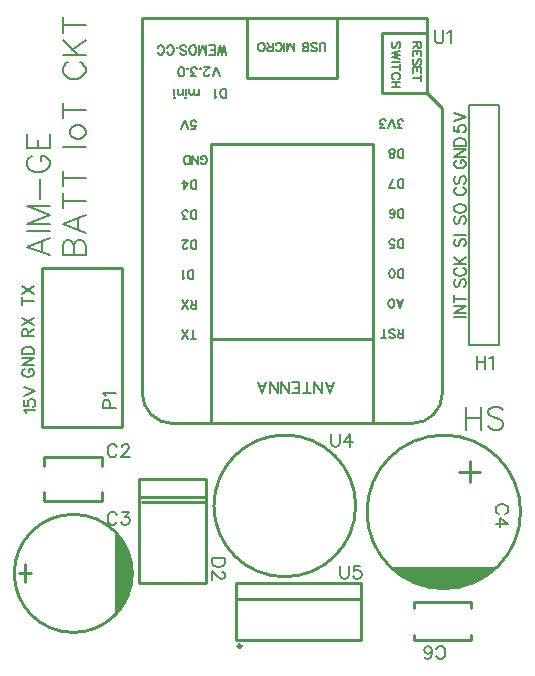
<source format=gto>
G04 Layer: TopSilkscreenLayer*
G04 EasyEDA v6.5.42, 2024-06-08 10:03:42*
G04 2a0a793ee1f445049542d68d0598b523,181136881d82463cbfe9aea6f2478185,10*
G04 Gerber Generator version 0.2*
G04 Scale: 100 percent, Rotated: No, Reflected: No *
G04 Dimensions in millimeters *
G04 leading zeros omitted , absolute positions ,4 integer and 5 decimal *
%FSLAX45Y45*%
%MOMM*%

%ADD10C,0.2032*%
%ADD11C,0.1524*%
%ADD12C,0.2540*%
%ADD13C,0.2030*%
%ADD14C,0.2581*%
%ADD15C,0.0113*%

%LPD*%
D10*
X-78028Y1674063D02*
G01*
X116027Y1600149D01*
X-78028Y1674063D02*
G01*
X116027Y1747977D01*
X51257Y1627835D02*
G01*
X51257Y1720291D01*
X-78028Y1808937D02*
G01*
X116027Y1808937D01*
X-78028Y1869897D02*
G01*
X116027Y1869897D01*
X-78028Y1869897D02*
G01*
X116027Y1943811D01*
X-78028Y2017725D02*
G01*
X116027Y1943811D01*
X-78028Y2017725D02*
G01*
X116027Y2017725D01*
X32715Y2078685D02*
G01*
X32715Y2244801D01*
X-31800Y2444445D02*
G01*
X-50342Y2435047D01*
X-68884Y2416759D01*
X-78028Y2398217D01*
X-78028Y2361387D01*
X-68884Y2342845D01*
X-50342Y2324303D01*
X-31800Y2315159D01*
X-4114Y2305761D01*
X42113Y2305761D01*
X69799Y2315159D01*
X88087Y2324303D01*
X106629Y2342845D01*
X116027Y2361387D01*
X116027Y2398217D01*
X106629Y2416759D01*
X88087Y2435047D01*
X69799Y2444445D01*
X42113Y2444445D01*
X42113Y2398217D02*
G01*
X42113Y2444445D01*
X-78028Y2505405D02*
G01*
X116027Y2505405D01*
X-78028Y2505405D02*
G01*
X-78028Y2625547D01*
X14427Y2505405D02*
G01*
X14427Y2579319D01*
X116027Y2505405D02*
G01*
X116027Y2625547D01*
X226771Y1600149D02*
G01*
X420827Y1600149D01*
X226771Y1600149D02*
G01*
X226771Y1683207D01*
X235915Y1711147D01*
X245313Y1720291D01*
X263601Y1729435D01*
X282143Y1729435D01*
X300685Y1720291D01*
X309829Y1711147D01*
X319227Y1683207D01*
X319227Y1600149D02*
G01*
X319227Y1683207D01*
X328371Y1711147D01*
X337515Y1720291D01*
X356057Y1729435D01*
X383743Y1729435D01*
X402285Y1720291D01*
X411429Y1711147D01*
X420827Y1683207D01*
X420827Y1600149D01*
X226771Y1864309D02*
G01*
X420827Y1790395D01*
X226771Y1864309D02*
G01*
X420827Y1938223D01*
X356057Y1818081D02*
G01*
X356057Y1910537D01*
X226771Y2063953D02*
G01*
X420827Y2063953D01*
X226771Y1999183D02*
G01*
X226771Y2128469D01*
X226771Y2254199D02*
G01*
X420827Y2254199D01*
X226771Y2189429D02*
G01*
X226771Y2318715D01*
X226771Y2521915D02*
G01*
X420827Y2521915D01*
X291287Y2629103D02*
G01*
X300685Y2610561D01*
X319227Y2592273D01*
X346913Y2582875D01*
X365201Y2582875D01*
X392887Y2592273D01*
X411429Y2610561D01*
X420827Y2629103D01*
X420827Y2656789D01*
X411429Y2675331D01*
X392887Y2693873D01*
X365201Y2703017D01*
X346913Y2703017D01*
X319227Y2693873D01*
X300685Y2675331D01*
X291287Y2656789D01*
X291287Y2629103D01*
X226771Y2828747D02*
G01*
X420827Y2828747D01*
X226771Y2763977D02*
G01*
X226771Y2893263D01*
X272999Y3235147D02*
G01*
X254457Y3225749D01*
X235915Y3207207D01*
X226771Y3188919D01*
X226771Y3151835D01*
X235915Y3133547D01*
X254457Y3115005D01*
X272999Y3105607D01*
X300685Y3096463D01*
X346913Y3096463D01*
X374599Y3105607D01*
X392887Y3115005D01*
X411429Y3133547D01*
X420827Y3151835D01*
X420827Y3188919D01*
X411429Y3207207D01*
X392887Y3225749D01*
X374599Y3235147D01*
X226771Y3296107D02*
G01*
X420827Y3296107D01*
X226771Y3425393D02*
G01*
X356057Y3296107D01*
X309829Y3342081D02*
G01*
X420827Y3425393D01*
X226771Y3550869D02*
G01*
X420827Y3550869D01*
X226771Y3486353D02*
G01*
X226771Y3615639D01*
D11*
X3644849Y316026D02*
G01*
X3644849Y125272D01*
X3772103Y316026D02*
G01*
X3772103Y125272D01*
X3644849Y225094D02*
G01*
X3772103Y225094D01*
X3959555Y288848D02*
G01*
X3941267Y307136D01*
X3914089Y316026D01*
X3877513Y316026D01*
X3850335Y307136D01*
X3832301Y288848D01*
X3832301Y270560D01*
X3841191Y252526D01*
X3850335Y243382D01*
X3868623Y234238D01*
X3922979Y216204D01*
X3941267Y207060D01*
X3950411Y197916D01*
X3959555Y179628D01*
X3959555Y152450D01*
X3941267Y134416D01*
X3914089Y125272D01*
X3877513Y125272D01*
X3850335Y134416D01*
X3832301Y152450D01*
X-82585Y266618D02*
G01*
X-87157Y275762D01*
X-100873Y289478D01*
X-5369Y289478D01*
X-100873Y374060D02*
G01*
X-100873Y328594D01*
X-59979Y324022D01*
X-64551Y328594D01*
X-69123Y342056D01*
X-69123Y355772D01*
X-64551Y369488D01*
X-55407Y378378D01*
X-41691Y382950D01*
X-32801Y382950D01*
X-19085Y378378D01*
X-9941Y369488D01*
X-5369Y355772D01*
X-5369Y342056D01*
X-9941Y328594D01*
X-14513Y324022D01*
X-23657Y319450D01*
X-100873Y412922D02*
G01*
X-5369Y449498D01*
X-100873Y485820D02*
G01*
X-5369Y449498D01*
X-90975Y639752D02*
G01*
X-99865Y635180D01*
X-109009Y626036D01*
X-113581Y616892D01*
X-113581Y598858D01*
X-109009Y589714D01*
X-99865Y580570D01*
X-90975Y575998D01*
X-77259Y571426D01*
X-54399Y571426D01*
X-40937Y575998D01*
X-31793Y580570D01*
X-22649Y589714D01*
X-18077Y598858D01*
X-18077Y616892D01*
X-22649Y626036D01*
X-31793Y635180D01*
X-40937Y639752D01*
X-54399Y639752D01*
X-54399Y616892D02*
G01*
X-54399Y639752D01*
X-113581Y669724D02*
G01*
X-18077Y669724D01*
X-113581Y669724D02*
G01*
X-18077Y733224D01*
X-113581Y733224D02*
G01*
X-18077Y733224D01*
X-113581Y763196D02*
G01*
X-18077Y763196D01*
X-113581Y763196D02*
G01*
X-113581Y795200D01*
X-109009Y808662D01*
X-99865Y817806D01*
X-90975Y822378D01*
X-77259Y826950D01*
X-54399Y826950D01*
X-40937Y822378D01*
X-31793Y817806D01*
X-22649Y808662D01*
X-18077Y795200D01*
X-18077Y763196D01*
X-113581Y914326D02*
G01*
X-18077Y914326D01*
X-113581Y914326D02*
G01*
X-113581Y955220D01*
X-109009Y968936D01*
X-104437Y973508D01*
X-95293Y978080D01*
X-86403Y978080D01*
X-77259Y973508D01*
X-72687Y968936D01*
X-68115Y955220D01*
X-68115Y914326D01*
X-68115Y946076D02*
G01*
X-18077Y978080D01*
X-113581Y1008052D02*
G01*
X-18077Y1071552D01*
X-113581Y1071552D02*
G01*
X-18077Y1008052D01*
X-113581Y1212776D02*
G01*
X-18077Y1212776D01*
X-113581Y1181026D02*
G01*
X-113581Y1244780D01*
X-113581Y1274752D02*
G01*
X-18077Y1338252D01*
X-113581Y1338252D02*
G01*
X-18077Y1274752D01*
X3566617Y2405075D02*
G01*
X3557727Y2400503D01*
X3548583Y2391359D01*
X3544011Y2382215D01*
X3544011Y2364181D01*
X3548583Y2355037D01*
X3557727Y2345893D01*
X3566617Y2341321D01*
X3580333Y2336749D01*
X3603193Y2336749D01*
X3616655Y2341321D01*
X3625799Y2345893D01*
X3634943Y2355037D01*
X3639515Y2364181D01*
X3639515Y2382215D01*
X3634943Y2391359D01*
X3625799Y2400503D01*
X3616655Y2405075D01*
X3603193Y2405075D01*
X3603193Y2382215D02*
G01*
X3603193Y2405075D01*
X3544011Y2435047D02*
G01*
X3639515Y2435047D01*
X3544011Y2435047D02*
G01*
X3639515Y2498547D01*
X3544011Y2498547D02*
G01*
X3639515Y2498547D01*
X3544011Y2528519D02*
G01*
X3639515Y2528519D01*
X3544011Y2528519D02*
G01*
X3544011Y2560523D01*
X3548583Y2573985D01*
X3557727Y2583129D01*
X3566617Y2587701D01*
X3580333Y2592273D01*
X3603193Y2592273D01*
X3616655Y2587701D01*
X3625799Y2583129D01*
X3634943Y2573985D01*
X3639515Y2560523D01*
X3639515Y2528519D01*
X3544003Y2696166D02*
G01*
X3544003Y2650700D01*
X3584897Y2646128D01*
X3580325Y2650700D01*
X3575753Y2664416D01*
X3575753Y2677878D01*
X3580325Y2691594D01*
X3589469Y2700738D01*
X3603185Y2705310D01*
X3612075Y2705310D01*
X3625791Y2700738D01*
X3634935Y2691594D01*
X3639507Y2677878D01*
X3639507Y2664416D01*
X3634935Y2650700D01*
X3630363Y2646128D01*
X3621219Y2641556D01*
X3544003Y2735282D02*
G01*
X3639507Y2771604D01*
X3544003Y2807926D02*
G01*
X3639507Y2771604D01*
X3566617Y2176475D02*
G01*
X3557727Y2171903D01*
X3548583Y2162759D01*
X3544011Y2153615D01*
X3544011Y2135581D01*
X3548583Y2126437D01*
X3557727Y2117293D01*
X3566617Y2112721D01*
X3580333Y2108149D01*
X3603193Y2108149D01*
X3616655Y2112721D01*
X3625799Y2117293D01*
X3634943Y2126437D01*
X3639515Y2135581D01*
X3639515Y2153615D01*
X3634943Y2162759D01*
X3625799Y2171903D01*
X3616655Y2176475D01*
X3557727Y2269947D02*
G01*
X3548583Y2260803D01*
X3544011Y2247341D01*
X3544011Y2229053D01*
X3548583Y2215591D01*
X3557727Y2206447D01*
X3566617Y2206447D01*
X3575761Y2211019D01*
X3580333Y2215591D01*
X3584905Y2224481D01*
X3594049Y2251913D01*
X3598621Y2260803D01*
X3603193Y2265375D01*
X3612083Y2269947D01*
X3625799Y2269947D01*
X3634943Y2260803D01*
X3639515Y2247341D01*
X3639515Y2229053D01*
X3634943Y2215591D01*
X3625799Y2206447D01*
X3557727Y1930603D02*
G01*
X3548583Y1921459D01*
X3544011Y1907743D01*
X3544011Y1889709D01*
X3548583Y1875993D01*
X3557727Y1866849D01*
X3566617Y1866849D01*
X3575761Y1871421D01*
X3580333Y1875993D01*
X3584905Y1885137D01*
X3594049Y1912315D01*
X3598621Y1921459D01*
X3603193Y1926031D01*
X3612083Y1930603D01*
X3625799Y1930603D01*
X3634943Y1921459D01*
X3639515Y1907743D01*
X3639515Y1889709D01*
X3634943Y1875993D01*
X3625799Y1866849D01*
X3544011Y1987753D02*
G01*
X3548583Y1978609D01*
X3557727Y1969719D01*
X3566617Y1965147D01*
X3580333Y1960575D01*
X3603193Y1960575D01*
X3616655Y1965147D01*
X3625799Y1969719D01*
X3634943Y1978609D01*
X3639515Y1987753D01*
X3639515Y2006041D01*
X3634943Y2015185D01*
X3625799Y2024075D01*
X3616655Y2028647D01*
X3603193Y2033219D01*
X3580333Y2033219D01*
X3566617Y2028647D01*
X3557727Y2024075D01*
X3548583Y2015185D01*
X3544011Y2006041D01*
X3544011Y1987753D01*
X3557727Y1397203D02*
G01*
X3548583Y1388059D01*
X3544011Y1374343D01*
X3544011Y1356309D01*
X3548583Y1342593D01*
X3557727Y1333449D01*
X3566617Y1333449D01*
X3575761Y1338021D01*
X3580333Y1342593D01*
X3584905Y1351737D01*
X3594049Y1378915D01*
X3598621Y1388059D01*
X3603193Y1392631D01*
X3612083Y1397203D01*
X3625799Y1397203D01*
X3634943Y1388059D01*
X3639515Y1374343D01*
X3639515Y1356309D01*
X3634943Y1342593D01*
X3625799Y1333449D01*
X3566617Y1495247D02*
G01*
X3557727Y1490675D01*
X3548583Y1481785D01*
X3544011Y1472641D01*
X3544011Y1454353D01*
X3548583Y1445209D01*
X3557727Y1436319D01*
X3566617Y1431747D01*
X3580333Y1427175D01*
X3603193Y1427175D01*
X3616655Y1431747D01*
X3625799Y1436319D01*
X3634943Y1445209D01*
X3639515Y1454353D01*
X3639515Y1472641D01*
X3634943Y1481785D01*
X3625799Y1490675D01*
X3616655Y1495247D01*
X3544011Y1525219D02*
G01*
X3639515Y1525219D01*
X3544011Y1588973D02*
G01*
X3607511Y1525219D01*
X3584905Y1548079D02*
G01*
X3639515Y1588973D01*
X3557727Y1740103D02*
G01*
X3548583Y1730959D01*
X3544011Y1717243D01*
X3544011Y1699209D01*
X3548583Y1685493D01*
X3557727Y1676349D01*
X3566617Y1676349D01*
X3575761Y1680921D01*
X3580333Y1685493D01*
X3584905Y1694637D01*
X3594049Y1721815D01*
X3598621Y1730959D01*
X3603193Y1735531D01*
X3612083Y1740103D01*
X3625799Y1740103D01*
X3634943Y1730959D01*
X3639515Y1717243D01*
X3639515Y1699209D01*
X3634943Y1685493D01*
X3625799Y1676349D01*
X3544011Y1770075D02*
G01*
X3639515Y1770075D01*
X3544011Y1079449D02*
G01*
X3639515Y1079449D01*
X3544011Y1109421D02*
G01*
X3639515Y1109421D01*
X3544011Y1109421D02*
G01*
X3639515Y1173175D01*
X3544011Y1173175D02*
G01*
X3639515Y1173175D01*
X3544011Y1234897D02*
G01*
X3639515Y1234897D01*
X3544011Y1203147D02*
G01*
X3544011Y1266647D01*
X1601259Y-965141D02*
G01*
X1492039Y-965141D01*
X1601259Y-965141D02*
G01*
X1601259Y-1001463D01*
X1595925Y-1017211D01*
X1585765Y-1027625D01*
X1575351Y-1032705D01*
X1559603Y-1038039D01*
X1533695Y-1038039D01*
X1518201Y-1032705D01*
X1507787Y-1027625D01*
X1497373Y-1017211D01*
X1492039Y-1001463D01*
X1492039Y-965141D01*
X1575351Y-1077409D02*
G01*
X1580431Y-1077409D01*
X1590845Y-1082489D01*
X1595925Y-1087823D01*
X1601259Y-1098237D01*
X1601259Y-1119065D01*
X1595925Y-1129479D01*
X1590845Y-1134559D01*
X1580431Y-1139639D01*
X1570017Y-1139639D01*
X1559603Y-1134559D01*
X1544109Y-1124145D01*
X1492039Y-1072329D01*
X1492039Y-1144973D01*
X3733741Y750374D02*
G01*
X3733741Y641154D01*
X3806639Y750374D02*
G01*
X3806639Y641154D01*
X3733741Y698304D02*
G01*
X3806639Y698304D01*
X3840929Y729546D02*
G01*
X3851089Y734880D01*
X3866837Y750374D01*
X3866837Y641154D01*
X570425Y304756D02*
G01*
X679645Y304756D01*
X570425Y304756D02*
G01*
X570425Y351492D01*
X575759Y367240D01*
X580839Y372320D01*
X591253Y377654D01*
X606747Y377654D01*
X617161Y372320D01*
X622495Y367240D01*
X627575Y351492D01*
X627575Y304756D01*
X591253Y411944D02*
G01*
X585919Y422104D01*
X570425Y437852D01*
X679645Y437852D01*
X687570Y-24884D02*
G01*
X682236Y-14470D01*
X671822Y-4056D01*
X661662Y1023D01*
X640834Y1023D01*
X630420Y-4056D01*
X620006Y-14470D01*
X614672Y-24884D01*
X609592Y-40632D01*
X609592Y-66540D01*
X614672Y-82034D01*
X620006Y-92448D01*
X630420Y-102862D01*
X640834Y-107942D01*
X661662Y-107942D01*
X671822Y-102862D01*
X682236Y-92448D01*
X687570Y-82034D01*
X726940Y-24884D02*
G01*
X726940Y-19804D01*
X732274Y-9390D01*
X737354Y-4056D01*
X747768Y1023D01*
X768596Y1023D01*
X779010Y-4056D01*
X784090Y-9390D01*
X789424Y-19804D01*
X789424Y-30218D01*
X784090Y-40632D01*
X773676Y-56126D01*
X721860Y-107942D01*
X794504Y-107942D01*
X687585Y-596399D02*
G01*
X682251Y-585985D01*
X671837Y-575571D01*
X661677Y-570491D01*
X640849Y-570491D01*
X630435Y-575571D01*
X620021Y-585985D01*
X614687Y-596399D01*
X609607Y-612147D01*
X609607Y-638055D01*
X614687Y-653549D01*
X620021Y-663963D01*
X630435Y-674377D01*
X640849Y-679457D01*
X661677Y-679457D01*
X671837Y-674377D01*
X682251Y-663963D01*
X687585Y-653549D01*
X732289Y-570491D02*
G01*
X789439Y-570491D01*
X758197Y-612147D01*
X773691Y-612147D01*
X784105Y-617227D01*
X789439Y-622307D01*
X794519Y-638055D01*
X794519Y-648469D01*
X789439Y-663963D01*
X779025Y-674377D01*
X763277Y-679457D01*
X747783Y-679457D01*
X732289Y-674377D01*
X726955Y-669297D01*
X721875Y-658883D01*
X3975615Y-585972D02*
G01*
X3986029Y-580638D01*
X3996443Y-570224D01*
X4001523Y-560064D01*
X4001523Y-539236D01*
X3996443Y-528822D01*
X3986029Y-518408D01*
X3975615Y-513074D01*
X3959867Y-507994D01*
X3933959Y-507994D01*
X3918465Y-513074D01*
X3908051Y-518408D01*
X3897637Y-528822D01*
X3892557Y-539236D01*
X3892557Y-560064D01*
X3897637Y-570224D01*
X3908051Y-580638D01*
X3918465Y-585972D01*
X4001523Y-672078D02*
G01*
X3928879Y-620262D01*
X3928879Y-698240D01*
X4001523Y-672078D02*
G01*
X3892557Y-672078D01*
X3389121Y-1791207D02*
G01*
X3394455Y-1801621D01*
X3404869Y-1812036D01*
X3415029Y-1817115D01*
X3435857Y-1817115D01*
X3446271Y-1812036D01*
X3456685Y-1801621D01*
X3462019Y-1791207D01*
X3467100Y-1775460D01*
X3467100Y-1749552D01*
X3462019Y-1734057D01*
X3456685Y-1723644D01*
X3446271Y-1713229D01*
X3435857Y-1708150D01*
X3415029Y-1708150D01*
X3404869Y-1713229D01*
X3394455Y-1723644D01*
X3389121Y-1734057D01*
X3292601Y-1801621D02*
G01*
X3297681Y-1812036D01*
X3313429Y-1817115D01*
X3323589Y-1817115D01*
X3339337Y-1812036D01*
X3349751Y-1796287D01*
X3354831Y-1770379D01*
X3354831Y-1744471D01*
X3349751Y-1723644D01*
X3339337Y-1713229D01*
X3323589Y-1708150D01*
X3318509Y-1708150D01*
X3303015Y-1713229D01*
X3292601Y-1723644D01*
X3287267Y-1739137D01*
X3287267Y-1744471D01*
X3292601Y-1759965D01*
X3303015Y-1770379D01*
X3318509Y-1775460D01*
X3323589Y-1775460D01*
X3339337Y-1770379D01*
X3349751Y-1759965D01*
X3354831Y-1744471D01*
X3378207Y3506223D02*
G01*
X3378207Y3428245D01*
X3383287Y3412751D01*
X3393701Y3402337D01*
X3409449Y3397257D01*
X3419863Y3397257D01*
X3435357Y3402337D01*
X3445771Y3412751D01*
X3450851Y3428245D01*
X3450851Y3506223D01*
X3485141Y3485395D02*
G01*
X3495555Y3490729D01*
X3511303Y3506223D01*
X3511303Y3397257D01*
X1612900Y2933700D02*
G01*
X1612900Y3011423D01*
X1612900Y2933700D02*
G01*
X1586991Y2933700D01*
X1576069Y2937510D01*
X1568450Y2944876D01*
X1564893Y2952242D01*
X1561083Y2963418D01*
X1561083Y2981960D01*
X1564893Y2992881D01*
X1568450Y3000247D01*
X1576069Y3007613D01*
X1586991Y3011423D01*
X1612900Y3011423D01*
X1536700Y2948686D02*
G01*
X1529333Y2944876D01*
X1518411Y2933700D01*
X1518411Y3011423D01*
X1380235Y2959607D02*
G01*
X1380235Y3011423D01*
X1380235Y2974339D02*
G01*
X1369059Y2963418D01*
X1361693Y2959607D01*
X1350517Y2959607D01*
X1343151Y2963418D01*
X1339595Y2974339D01*
X1339595Y3011423D01*
X1339595Y2974339D02*
G01*
X1328419Y2963418D01*
X1321053Y2959607D01*
X1309877Y2959607D01*
X1302511Y2963418D01*
X1298955Y2974339D01*
X1298955Y3011423D01*
X1274571Y2933700D02*
G01*
X1270761Y2937510D01*
X1267205Y2933700D01*
X1270761Y2930144D01*
X1274571Y2933700D01*
X1270761Y2959607D02*
G01*
X1270761Y3011423D01*
X1242821Y2959607D02*
G01*
X1242821Y3011423D01*
X1242821Y2974339D02*
G01*
X1231645Y2963418D01*
X1224279Y2959607D01*
X1213103Y2959607D01*
X1205737Y2963418D01*
X1202181Y2974339D01*
X1202181Y3011423D01*
X1177797Y2933700D02*
G01*
X1173987Y2937510D01*
X1170177Y2933700D01*
X1173987Y2930144D01*
X1177797Y2933700D01*
X1173987Y2959607D02*
G01*
X1173987Y3011423D01*
X1556003Y3116579D02*
G01*
X1526539Y3194303D01*
X1496821Y3116579D02*
G01*
X1526539Y3194303D01*
X1468881Y3135121D02*
G01*
X1468881Y3131565D01*
X1465071Y3124200D01*
X1461515Y3120389D01*
X1454150Y3116579D01*
X1439163Y3116579D01*
X1431797Y3120389D01*
X1428241Y3124200D01*
X1424431Y3131565D01*
X1424431Y3138931D01*
X1428241Y3146297D01*
X1435607Y3157220D01*
X1472437Y3194303D01*
X1420875Y3194303D01*
X1392681Y3175762D02*
G01*
X1396491Y3179571D01*
X1392681Y3183128D01*
X1389125Y3179571D01*
X1392681Y3175762D01*
X1357121Y3116579D02*
G01*
X1316481Y3116579D01*
X1338833Y3146297D01*
X1327657Y3146297D01*
X1320291Y3149853D01*
X1316481Y3153663D01*
X1312925Y3164839D01*
X1312925Y3172205D01*
X1316481Y3183128D01*
X1324101Y3190494D01*
X1335023Y3194303D01*
X1346200Y3194303D01*
X1357121Y3190494D01*
X1360931Y3186937D01*
X1364741Y3179571D01*
X1284731Y3175762D02*
G01*
X1288541Y3179571D01*
X1284731Y3183128D01*
X1281175Y3179571D01*
X1284731Y3175762D01*
X1234693Y3116579D02*
G01*
X1245615Y3120389D01*
X1252981Y3131565D01*
X1256791Y3149853D01*
X1256791Y3161029D01*
X1252981Y3179571D01*
X1245615Y3190494D01*
X1234693Y3194303D01*
X1227073Y3194303D01*
X1216151Y3190494D01*
X1208785Y3179571D01*
X1204975Y3161029D01*
X1204975Y3149853D01*
X1208785Y3131565D01*
X1216151Y3120389D01*
X1227073Y3116579D01*
X1234693Y3116579D01*
X1612900Y3299460D02*
G01*
X1594357Y3377184D01*
X1576069Y3299460D02*
G01*
X1594357Y3377184D01*
X1576069Y3299460D02*
G01*
X1557527Y3377184D01*
X1538985Y3299460D02*
G01*
X1557527Y3377184D01*
X1514601Y3299460D02*
G01*
X1514601Y3377184D01*
X1514601Y3299460D02*
G01*
X1466595Y3299460D01*
X1514601Y3336544D02*
G01*
X1485137Y3336544D01*
X1514601Y3377184D02*
G01*
X1466595Y3377184D01*
X1442211Y3299460D02*
G01*
X1442211Y3377184D01*
X1442211Y3299460D02*
G01*
X1412747Y3377184D01*
X1383029Y3299460D02*
G01*
X1412747Y3377184D01*
X1383029Y3299460D02*
G01*
X1383029Y3377184D01*
X1336547Y3299460D02*
G01*
X1343913Y3303270D01*
X1351279Y3310636D01*
X1355089Y3318002D01*
X1358645Y3329178D01*
X1358645Y3347720D01*
X1355089Y3358642D01*
X1351279Y3366007D01*
X1343913Y3373373D01*
X1336547Y3377184D01*
X1321815Y3377184D01*
X1314450Y3373373D01*
X1307083Y3366007D01*
X1303273Y3358642D01*
X1299717Y3347720D01*
X1299717Y3329178D01*
X1303273Y3318002D01*
X1307083Y3310636D01*
X1314450Y3303270D01*
X1321815Y3299460D01*
X1336547Y3299460D01*
X1223517Y3310636D02*
G01*
X1230883Y3303270D01*
X1242059Y3299460D01*
X1256791Y3299460D01*
X1267713Y3303270D01*
X1275333Y3310636D01*
X1275333Y3318002D01*
X1271523Y3325368D01*
X1267713Y3329178D01*
X1260347Y3332734D01*
X1238250Y3340100D01*
X1230883Y3343910D01*
X1227073Y3347720D01*
X1223517Y3355086D01*
X1223517Y3366007D01*
X1230883Y3373373D01*
X1242059Y3377184D01*
X1256791Y3377184D01*
X1267713Y3373373D01*
X1275333Y3366007D01*
X1195323Y3358642D02*
G01*
X1199133Y3362452D01*
X1195323Y3366007D01*
X1191767Y3362452D01*
X1195323Y3358642D01*
X1112011Y3318002D02*
G01*
X1115567Y3310636D01*
X1122933Y3303270D01*
X1130300Y3299460D01*
X1145285Y3299460D01*
X1152651Y3303270D01*
X1160017Y3310636D01*
X1163573Y3318002D01*
X1167383Y3329178D01*
X1167383Y3347720D01*
X1163573Y3358642D01*
X1160017Y3366007D01*
X1152651Y3373373D01*
X1145285Y3377184D01*
X1130300Y3377184D01*
X1122933Y3373373D01*
X1115567Y3366007D01*
X1112011Y3358642D01*
X1032001Y3318002D02*
G01*
X1035811Y3310636D01*
X1043177Y3303270D01*
X1050543Y3299460D01*
X1065275Y3299460D01*
X1072641Y3303270D01*
X1080261Y3310636D01*
X1083817Y3318002D01*
X1087627Y3329178D01*
X1087627Y3347720D01*
X1083817Y3358642D01*
X1080261Y3366007D01*
X1072641Y3373373D01*
X1065275Y3377184D01*
X1050543Y3377184D01*
X1043177Y3373373D01*
X1035811Y3366007D01*
X1032001Y3358642D01*
X3111500Y902715D02*
G01*
X3111500Y975613D01*
X3111500Y902715D02*
G01*
X3080257Y902715D01*
X3069843Y906271D01*
X3066541Y909828D01*
X3062985Y916686D01*
X3062985Y923544D01*
X3066541Y930402D01*
X3069843Y933957D01*
X3080257Y937513D01*
X3111500Y937513D01*
X3087369Y937513D02*
G01*
X3062985Y975613D01*
X2991611Y913129D02*
G01*
X2998469Y906271D01*
X3008883Y902715D01*
X3022853Y902715D01*
X3033267Y906271D01*
X3040125Y913129D01*
X3040125Y920242D01*
X3036569Y927100D01*
X3033267Y930402D01*
X3026409Y933957D01*
X3005581Y940815D01*
X2998469Y944371D01*
X2995167Y947928D01*
X2991611Y954786D01*
X2991611Y965200D01*
X2998469Y972057D01*
X3008883Y975613D01*
X3022853Y975613D01*
X3033267Y972057D01*
X3040125Y965200D01*
X2944621Y902715D02*
G01*
X2944621Y975613D01*
X2968751Y902715D02*
G01*
X2920237Y902715D01*
X3083813Y1156715D02*
G01*
X3111500Y1229613D01*
X3083813Y1156715D02*
G01*
X3056127Y1229613D01*
X3101085Y1205229D02*
G01*
X3066541Y1205229D01*
X3012439Y1156715D02*
G01*
X3022853Y1160271D01*
X3029711Y1170686D01*
X3033267Y1187957D01*
X3033267Y1198371D01*
X3029711Y1215644D01*
X3022853Y1226057D01*
X3012439Y1229613D01*
X3005581Y1229613D01*
X2995167Y1226057D01*
X2988309Y1215644D01*
X2984753Y1198371D01*
X2984753Y1187957D01*
X2988309Y1170686D01*
X2995167Y1160271D01*
X3005581Y1156715D01*
X3012439Y1156715D01*
X3111500Y1410715D02*
G01*
X3111500Y1483613D01*
X3111500Y1410715D02*
G01*
X3087369Y1410715D01*
X3076955Y1414271D01*
X3069843Y1421129D01*
X3066541Y1428242D01*
X3062985Y1438402D01*
X3062985Y1455928D01*
X3066541Y1466342D01*
X3069843Y1473200D01*
X3076955Y1480057D01*
X3087369Y1483613D01*
X3111500Y1483613D01*
X3019297Y1410715D02*
G01*
X3029711Y1414271D01*
X3036569Y1424686D01*
X3040125Y1441957D01*
X3040125Y1452371D01*
X3036569Y1469644D01*
X3029711Y1480057D01*
X3019297Y1483613D01*
X3012439Y1483613D01*
X3002025Y1480057D01*
X2995167Y1469644D01*
X2991611Y1452371D01*
X2991611Y1441957D01*
X2995167Y1424686D01*
X3002025Y1414271D01*
X3012439Y1410715D01*
X3019297Y1410715D01*
X3111500Y1664715D02*
G01*
X3111500Y1737613D01*
X3111500Y1664715D02*
G01*
X3087369Y1664715D01*
X3076955Y1668271D01*
X3069843Y1675129D01*
X3066541Y1682242D01*
X3062985Y1692402D01*
X3062985Y1709928D01*
X3066541Y1720342D01*
X3069843Y1727200D01*
X3076955Y1734057D01*
X3087369Y1737613D01*
X3111500Y1737613D01*
X2998469Y1664715D02*
G01*
X3033267Y1664715D01*
X3036569Y1695957D01*
X3033267Y1692402D01*
X3022853Y1689100D01*
X3012439Y1689100D01*
X3002025Y1692402D01*
X2995167Y1699513D01*
X2991611Y1709928D01*
X2991611Y1716786D01*
X2995167Y1727200D01*
X3002025Y1734057D01*
X3012439Y1737613D01*
X3022853Y1737613D01*
X3033267Y1734057D01*
X3036569Y1730502D01*
X3040125Y1723644D01*
X3111500Y1918715D02*
G01*
X3111500Y1991613D01*
X3111500Y1918715D02*
G01*
X3087369Y1918715D01*
X3076955Y1922271D01*
X3069843Y1929129D01*
X3066541Y1936242D01*
X3062985Y1946402D01*
X3062985Y1963928D01*
X3066541Y1974342D01*
X3069843Y1981200D01*
X3076955Y1988057D01*
X3087369Y1991613D01*
X3111500Y1991613D01*
X2998469Y1929129D02*
G01*
X3002025Y1922271D01*
X3012439Y1918715D01*
X3019297Y1918715D01*
X3029711Y1922271D01*
X3036569Y1932686D01*
X3040125Y1949957D01*
X3040125Y1967229D01*
X3036569Y1981200D01*
X3029711Y1988057D01*
X3019297Y1991613D01*
X3015995Y1991613D01*
X3005581Y1988057D01*
X2998469Y1981200D01*
X2995167Y1970786D01*
X2995167Y1967229D01*
X2998469Y1956815D01*
X3005581Y1949957D01*
X3015995Y1946402D01*
X3019297Y1946402D01*
X3029711Y1949957D01*
X3036569Y1956815D01*
X3040125Y1967229D01*
X3111500Y2172715D02*
G01*
X3111500Y2245613D01*
X3111500Y2172715D02*
G01*
X3087369Y2172715D01*
X3076955Y2176271D01*
X3069843Y2183129D01*
X3066541Y2190242D01*
X3062985Y2200402D01*
X3062985Y2217928D01*
X3066541Y2228342D01*
X3069843Y2235200D01*
X3076955Y2242057D01*
X3087369Y2245613D01*
X3111500Y2245613D01*
X2991611Y2172715D02*
G01*
X3026409Y2245613D01*
X3040125Y2172715D02*
G01*
X2991611Y2172715D01*
X3111500Y2426715D02*
G01*
X3111500Y2499613D01*
X3111500Y2426715D02*
G01*
X3087369Y2426715D01*
X3076955Y2430271D01*
X3069843Y2437129D01*
X3066541Y2444242D01*
X3062985Y2454402D01*
X3062985Y2471928D01*
X3066541Y2482342D01*
X3069843Y2489200D01*
X3076955Y2496057D01*
X3087369Y2499613D01*
X3111500Y2499613D01*
X3022853Y2426715D02*
G01*
X3033267Y2430271D01*
X3036569Y2437129D01*
X3036569Y2444242D01*
X3033267Y2451100D01*
X3026409Y2454402D01*
X3012439Y2457957D01*
X3002025Y2461513D01*
X2995167Y2468371D01*
X2991611Y2475229D01*
X2991611Y2485644D01*
X2995167Y2492502D01*
X2998469Y2496057D01*
X3008883Y2499613D01*
X3022853Y2499613D01*
X3033267Y2496057D01*
X3036569Y2492502D01*
X3040125Y2485644D01*
X3040125Y2475229D01*
X3036569Y2468371D01*
X3029711Y2461513D01*
X3019297Y2457957D01*
X3005581Y2454402D01*
X2998469Y2451100D01*
X2995167Y2444242D01*
X2995167Y2437129D01*
X2998469Y2430271D01*
X3008883Y2426715D01*
X3022853Y2426715D01*
X3104641Y2680715D02*
G01*
X3066541Y2680715D01*
X3087369Y2708402D01*
X3076955Y2708402D01*
X3069843Y2711957D01*
X3066541Y2715513D01*
X3062985Y2725928D01*
X3062985Y2732786D01*
X3066541Y2743200D01*
X3073400Y2750057D01*
X3083813Y2753613D01*
X3094227Y2753613D01*
X3104641Y2750057D01*
X3107943Y2746502D01*
X3111500Y2739644D01*
X3040125Y2680715D02*
G01*
X3012439Y2753613D01*
X2984753Y2680715D02*
G01*
X3012439Y2753613D01*
X2955035Y2680715D02*
G01*
X2916935Y2680715D01*
X2937509Y2708402D01*
X2927350Y2708402D01*
X2920237Y2711957D01*
X2916935Y2715513D01*
X2913379Y2725928D01*
X2913379Y2732786D01*
X2916935Y2743200D01*
X2923793Y2750057D01*
X2934207Y2753613D01*
X2944621Y2753613D01*
X2955035Y2750057D01*
X2958337Y2746502D01*
X2961893Y2739644D01*
X1317243Y2671571D02*
G01*
X1352041Y2671571D01*
X1355343Y2702813D01*
X1352041Y2699257D01*
X1341627Y2695955D01*
X1331213Y2695955D01*
X1320800Y2699257D01*
X1313941Y2706370D01*
X1310385Y2716784D01*
X1310385Y2723642D01*
X1313941Y2734055D01*
X1320800Y2740913D01*
X1331213Y2744470D01*
X1341627Y2744470D01*
X1352041Y2740913D01*
X1355343Y2737357D01*
X1358900Y2730500D01*
X1287525Y2671571D02*
G01*
X1259839Y2744470D01*
X1232153Y2671571D02*
G01*
X1259839Y2744470D01*
X1395737Y2388862D02*
G01*
X1399293Y2381750D01*
X1406151Y2374892D01*
X1413263Y2371336D01*
X1426979Y2371336D01*
X1433837Y2374892D01*
X1440949Y2381750D01*
X1444251Y2388862D01*
X1447807Y2399022D01*
X1447807Y2416548D01*
X1444251Y2426962D01*
X1440949Y2433820D01*
X1433837Y2440678D01*
X1426979Y2444234D01*
X1413263Y2444234D01*
X1406151Y2440678D01*
X1399293Y2433820D01*
X1395737Y2426962D01*
X1395737Y2416548D01*
X1413263Y2416548D02*
G01*
X1395737Y2416548D01*
X1372877Y2371336D02*
G01*
X1372877Y2444234D01*
X1372877Y2371336D02*
G01*
X1324617Y2444234D01*
X1324617Y2371336D02*
G01*
X1324617Y2444234D01*
X1301757Y2371336D02*
G01*
X1301757Y2444234D01*
X1301757Y2371336D02*
G01*
X1277373Y2371336D01*
X1266959Y2374892D01*
X1260101Y2381750D01*
X1256545Y2388862D01*
X1253243Y2399022D01*
X1253243Y2416548D01*
X1256545Y2426962D01*
X1260101Y2433820D01*
X1266959Y2440678D01*
X1277373Y2444234D01*
X1301757Y2444234D01*
X1358900Y2163571D02*
G01*
X1358900Y2236470D01*
X1358900Y2163571D02*
G01*
X1334769Y2163571D01*
X1324355Y2167128D01*
X1317243Y2173986D01*
X1313941Y2181097D01*
X1310385Y2191257D01*
X1310385Y2208784D01*
X1313941Y2219197D01*
X1317243Y2226055D01*
X1324355Y2232913D01*
X1334769Y2236470D01*
X1358900Y2236470D01*
X1252981Y2163571D02*
G01*
X1287525Y2212086D01*
X1235709Y2212086D01*
X1252981Y2163571D02*
G01*
X1252981Y2236470D01*
X1358900Y1909571D02*
G01*
X1358900Y1982470D01*
X1358900Y1909571D02*
G01*
X1334769Y1909571D01*
X1324355Y1913128D01*
X1317243Y1919986D01*
X1313941Y1927097D01*
X1310385Y1937257D01*
X1310385Y1954784D01*
X1313941Y1965197D01*
X1317243Y1972055D01*
X1324355Y1978913D01*
X1334769Y1982470D01*
X1358900Y1982470D01*
X1280667Y1909571D02*
G01*
X1242567Y1909571D01*
X1263395Y1937257D01*
X1252981Y1937257D01*
X1245869Y1940813D01*
X1242567Y1944370D01*
X1239011Y1954784D01*
X1239011Y1961642D01*
X1242567Y1972055D01*
X1249425Y1978913D01*
X1259839Y1982470D01*
X1270253Y1982470D01*
X1280667Y1978913D01*
X1283969Y1975357D01*
X1287525Y1968500D01*
X1358900Y1655571D02*
G01*
X1358900Y1728470D01*
X1358900Y1655571D02*
G01*
X1334769Y1655571D01*
X1324355Y1659128D01*
X1317243Y1665986D01*
X1313941Y1673097D01*
X1310385Y1683257D01*
X1310385Y1700784D01*
X1313941Y1711197D01*
X1317243Y1718055D01*
X1324355Y1724913D01*
X1334769Y1728470D01*
X1358900Y1728470D01*
X1283969Y1673097D02*
G01*
X1283969Y1669542D01*
X1280667Y1662684D01*
X1277111Y1659128D01*
X1270253Y1655571D01*
X1256283Y1655571D01*
X1249425Y1659128D01*
X1245869Y1662684D01*
X1242567Y1669542D01*
X1242567Y1676400D01*
X1245869Y1683257D01*
X1252981Y1693671D01*
X1287525Y1728470D01*
X1239011Y1728470D01*
X1333500Y1401571D02*
G01*
X1333500Y1474470D01*
X1333500Y1401571D02*
G01*
X1309369Y1401571D01*
X1298955Y1405128D01*
X1291843Y1411986D01*
X1288541Y1419097D01*
X1284985Y1429257D01*
X1284985Y1446784D01*
X1288541Y1457197D01*
X1291843Y1464055D01*
X1298955Y1470913D01*
X1309369Y1474470D01*
X1333500Y1474470D01*
X1262125Y1415542D02*
G01*
X1255267Y1411986D01*
X1244853Y1401571D01*
X1244853Y1474470D01*
X1358900Y1147571D02*
G01*
X1358900Y1220470D01*
X1358900Y1147571D02*
G01*
X1327657Y1147571D01*
X1317243Y1151128D01*
X1313941Y1154684D01*
X1310385Y1161542D01*
X1310385Y1168400D01*
X1313941Y1175257D01*
X1317243Y1178813D01*
X1327657Y1182370D01*
X1358900Y1182370D01*
X1334769Y1182370D02*
G01*
X1310385Y1220470D01*
X1287525Y1147571D02*
G01*
X1239011Y1220470D01*
X1239011Y1147571D02*
G01*
X1287525Y1220470D01*
X1334769Y893571D02*
G01*
X1334769Y966470D01*
X1358900Y893571D02*
G01*
X1310385Y893571D01*
X1287525Y893571D02*
G01*
X1239011Y966470D01*
X1239011Y893571D02*
G01*
X1287525Y966470D01*
X2490469Y431800D02*
G01*
X2527300Y528828D01*
X2490469Y431800D02*
G01*
X2453385Y528828D01*
X2513329Y496315D02*
G01*
X2467355Y496315D01*
X2422905Y431800D02*
G01*
X2422905Y528828D01*
X2422905Y431800D02*
G01*
X2358389Y528828D01*
X2358389Y431800D02*
G01*
X2358389Y528828D01*
X2295397Y431800D02*
G01*
X2295397Y528828D01*
X2327909Y431800D02*
G01*
X2263139Y431800D01*
X2232659Y431800D02*
G01*
X2232659Y528828D01*
X2232659Y431800D02*
G01*
X2172715Y431800D01*
X2232659Y478028D02*
G01*
X2195829Y478028D01*
X2232659Y528828D02*
G01*
X2172715Y528828D01*
X2142235Y431800D02*
G01*
X2142235Y528828D01*
X2142235Y431800D02*
G01*
X2077465Y528828D01*
X2077465Y431800D02*
G01*
X2077465Y528828D01*
X2046985Y431800D02*
G01*
X2046985Y528828D01*
X2046985Y431800D02*
G01*
X1982469Y528828D01*
X1982469Y431800D02*
G01*
X1982469Y528828D01*
X1914905Y431800D02*
G01*
X1951989Y528828D01*
X1914905Y431800D02*
G01*
X1878075Y528828D01*
X1938019Y496315D02*
G01*
X1891791Y496315D01*
X2451100Y3327400D02*
G01*
X2451100Y3379470D01*
X2447543Y3389884D01*
X2440685Y3396742D01*
X2430271Y3400297D01*
X2423413Y3400297D01*
X2413000Y3396742D01*
X2406141Y3389884D01*
X2402585Y3379470D01*
X2402585Y3327400D01*
X2331211Y3337813D02*
G01*
X2338069Y3330955D01*
X2348483Y3327400D01*
X2362453Y3327400D01*
X2372867Y3330955D01*
X2379725Y3337813D01*
X2379725Y3344926D01*
X2376169Y3351784D01*
X2372867Y3355086D01*
X2366009Y3358642D01*
X2345181Y3365500D01*
X2338069Y3369055D01*
X2334767Y3372612D01*
X2331211Y3379470D01*
X2331211Y3389884D01*
X2338069Y3396742D01*
X2348483Y3400297D01*
X2362453Y3400297D01*
X2372867Y3396742D01*
X2379725Y3389884D01*
X2308351Y3327400D02*
G01*
X2308351Y3400297D01*
X2308351Y3327400D02*
G01*
X2277109Y3327400D01*
X2266950Y3330955D01*
X2263393Y3334512D01*
X2259837Y3341370D01*
X2259837Y3348228D01*
X2263393Y3355086D01*
X2266950Y3358642D01*
X2277109Y3362197D01*
X2308351Y3362197D02*
G01*
X2277109Y3362197D01*
X2266950Y3365500D01*
X2263393Y3369055D01*
X2259837Y3375913D01*
X2259837Y3386328D01*
X2263393Y3393186D01*
X2266950Y3396742D01*
X2277109Y3400297D01*
X2308351Y3400297D01*
X2183637Y3327400D02*
G01*
X2183637Y3400297D01*
X2183637Y3327400D02*
G01*
X2155951Y3400297D01*
X2128265Y3327400D02*
G01*
X2155951Y3400297D01*
X2128265Y3327400D02*
G01*
X2128265Y3400297D01*
X2105405Y3327400D02*
G01*
X2105405Y3400297D01*
X2030729Y3344926D02*
G01*
X2034031Y3337813D01*
X2040889Y3330955D01*
X2048001Y3327400D01*
X2061717Y3327400D01*
X2068829Y3330955D01*
X2075687Y3337813D01*
X2078989Y3344926D01*
X2082545Y3355086D01*
X2082545Y3372612D01*
X2078989Y3383026D01*
X2075687Y3389884D01*
X2068829Y3396742D01*
X2061717Y3400297D01*
X2048001Y3400297D01*
X2040889Y3396742D01*
X2034031Y3389884D01*
X2030729Y3383026D01*
X2007869Y3327400D02*
G01*
X2007869Y3400297D01*
X2007869Y3327400D02*
G01*
X1976627Y3327400D01*
X1966213Y3330955D01*
X1962657Y3334512D01*
X1959355Y3341370D01*
X1959355Y3348228D01*
X1962657Y3355086D01*
X1966213Y3358642D01*
X1976627Y3362197D01*
X2007869Y3362197D01*
X1983485Y3362197D02*
G01*
X1959355Y3400297D01*
X1915667Y3327400D02*
G01*
X1922525Y3330955D01*
X1929383Y3337813D01*
X1932939Y3344926D01*
X1936495Y3355086D01*
X1936495Y3372612D01*
X1932939Y3383026D01*
X1929383Y3389884D01*
X1922525Y3396742D01*
X1915667Y3400297D01*
X1901697Y3400297D01*
X1894839Y3396742D01*
X1887981Y3389884D01*
X1884425Y3383026D01*
X1880869Y3372612D01*
X1880869Y3355086D01*
X1884425Y3344926D01*
X1887981Y3337813D01*
X1894839Y3330955D01*
X1901697Y3327400D01*
X1915667Y3327400D01*
X3263900Y3403600D02*
G01*
X3191001Y3403600D01*
X3263900Y3403600D02*
G01*
X3263900Y3372357D01*
X3260343Y3361944D01*
X3256787Y3358642D01*
X3249929Y3355086D01*
X3243071Y3355086D01*
X3236213Y3358642D01*
X3232657Y3361944D01*
X3229101Y3372357D01*
X3229101Y3403600D01*
X3229101Y3379470D02*
G01*
X3191001Y3355086D01*
X3263900Y3332226D02*
G01*
X3191001Y3332226D01*
X3263900Y3332226D02*
G01*
X3263900Y3287268D01*
X3229101Y3332226D02*
G01*
X3229101Y3304539D01*
X3191001Y3332226D02*
G01*
X3191001Y3287268D01*
X3253485Y3215894D02*
G01*
X3260343Y3222752D01*
X3263900Y3233165D01*
X3263900Y3247136D01*
X3260343Y3257550D01*
X3253485Y3264407D01*
X3246373Y3264407D01*
X3239515Y3260852D01*
X3236213Y3257550D01*
X3232657Y3250437D01*
X3225800Y3229610D01*
X3222243Y3222752D01*
X3218687Y3219450D01*
X3211829Y3215894D01*
X3201415Y3215894D01*
X3194557Y3222752D01*
X3191001Y3233165D01*
X3191001Y3247136D01*
X3194557Y3257550D01*
X3201415Y3264407D01*
X3263900Y3193034D02*
G01*
X3191001Y3193034D01*
X3263900Y3193034D02*
G01*
X3263900Y3148076D01*
X3229101Y3193034D02*
G01*
X3229101Y3165347D01*
X3191001Y3193034D02*
G01*
X3191001Y3148076D01*
X3263900Y3100831D02*
G01*
X3191001Y3100831D01*
X3263900Y3125215D02*
G01*
X3263900Y3076702D01*
X3075685Y3355086D02*
G01*
X3082543Y3361944D01*
X3086100Y3372357D01*
X3086100Y3386328D01*
X3082543Y3396742D01*
X3075685Y3403600D01*
X3068573Y3403600D01*
X3061715Y3400044D01*
X3058413Y3396742D01*
X3054857Y3389629D01*
X3048000Y3369055D01*
X3044443Y3361944D01*
X3040887Y3358642D01*
X3034029Y3355086D01*
X3023615Y3355086D01*
X3016757Y3361944D01*
X3013201Y3372357D01*
X3013201Y3386328D01*
X3016757Y3396742D01*
X3023615Y3403600D01*
X3086100Y3332226D02*
G01*
X3013201Y3314953D01*
X3086100Y3297681D02*
G01*
X3013201Y3314953D01*
X3086100Y3297681D02*
G01*
X3013201Y3280410D01*
X3086100Y3262884D02*
G01*
X3013201Y3280410D01*
X3086100Y3240023D02*
G01*
X3013201Y3240023D01*
X3086100Y3193034D02*
G01*
X3013201Y3193034D01*
X3086100Y3217163D02*
G01*
X3086100Y3168650D01*
X3068573Y3093973D02*
G01*
X3075685Y3097529D01*
X3082543Y3104387D01*
X3086100Y3111245D01*
X3086100Y3125215D01*
X3082543Y3132073D01*
X3075685Y3138931D01*
X3068573Y3142487D01*
X3058413Y3145789D01*
X3040887Y3145789D01*
X3030473Y3142487D01*
X3023615Y3138931D01*
X3016757Y3132073D01*
X3013201Y3125215D01*
X3013201Y3111245D01*
X3016757Y3104387D01*
X3023615Y3097529D01*
X3030473Y3093973D01*
X3086100Y3071113D02*
G01*
X3013201Y3071113D01*
X3086100Y3022600D02*
G01*
X3013201Y3022600D01*
X3051301Y3071113D02*
G01*
X3051301Y3022600D01*
X2501907Y89908D02*
G01*
X2501907Y11930D01*
X2506987Y-3563D01*
X2517401Y-13977D01*
X2533149Y-19057D01*
X2543563Y-19057D01*
X2559057Y-13977D01*
X2569471Y-3563D01*
X2574551Y11930D01*
X2574551Y89908D01*
X2660911Y89908D02*
G01*
X2608841Y17264D01*
X2686819Y17264D01*
X2660911Y89908D02*
G01*
X2660911Y-19057D01*
X2578115Y-1027699D02*
G01*
X2578115Y-1105677D01*
X2583195Y-1121171D01*
X2593609Y-1131585D01*
X2609357Y-1136665D01*
X2619771Y-1136665D01*
X2635265Y-1131585D01*
X2645679Y-1121171D01*
X2650759Y-1105677D01*
X2650759Y-1027699D01*
X2747533Y-1027699D02*
G01*
X2695463Y-1027699D01*
X2690383Y-1074435D01*
X2695463Y-1069355D01*
X2711211Y-1064021D01*
X2726705Y-1064021D01*
X2742199Y-1069355D01*
X2752613Y-1079515D01*
X2757947Y-1095263D01*
X2757947Y-1105677D01*
X2752613Y-1121171D01*
X2742199Y-1131585D01*
X2726705Y-1136665D01*
X2711211Y-1136665D01*
X2695463Y-1131585D01*
X2690383Y-1126505D01*
X2685049Y-1116091D01*
G36*
X673100Y-736600D02*
G01*
X673100Y-1447800D01*
X749300Y-1346200D01*
X800100Y-1193800D01*
X825500Y-1041400D01*
X800100Y-939800D01*
G37*
G36*
X3004413Y-1041501D02*
G01*
X3154375Y-1151483D01*
X3284423Y-1201470D01*
X3404412Y-1211478D01*
X3604412Y-1201470D01*
X3774389Y-1141476D01*
X3884422Y-1041501D01*
G37*
D12*
X1440588Y-296542D02*
G01*
X1440588Y-1176540D01*
X870590Y-1176540D01*
X870590Y-296542D01*
X1440588Y-296542D01*
X1425590Y-446313D02*
G01*
X885591Y-446313D01*
X1425590Y-486953D02*
G01*
X901590Y-486953D01*
D10*
X3670241Y2870258D02*
G01*
X3924241Y2870258D01*
X3924241Y838258D01*
X3670241Y838258D01*
X3670241Y1028758D01*
D13*
X3670241Y2870258D02*
G01*
X3670241Y1028758D01*
D12*
X56299Y150507D02*
G01*
X56299Y1490510D01*
X731304Y1490510D01*
X731304Y150507D01*
X56299Y150507D01*
X562503Y-477098D02*
G01*
X72496Y-477098D01*
X72496Y-107101D02*
G01*
X562503Y-107101D01*
X72496Y-179344D02*
G01*
X72496Y-107101D01*
X562503Y-107101D02*
G01*
X562503Y-179344D01*
X562503Y-404855D02*
G01*
X562503Y-477098D01*
X72496Y-477098D02*
G01*
X72496Y-404855D01*
X-139700Y-1092200D02*
G01*
X-38100Y-1092200D01*
X-88900Y-1016000D02*
G01*
X-88900Y-1168400D01*
X3674389Y-141363D02*
G01*
X3674389Y-321373D01*
X3764381Y-231355D02*
G01*
X3584397Y-231355D01*
X3681696Y-1658602D02*
G01*
X3201700Y-1658602D01*
X3201703Y-1338597D02*
G01*
X3681699Y-1338597D01*
X3681699Y-1338597D02*
G01*
X3681699Y-1386357D01*
X3681699Y-1610842D02*
G01*
X3681699Y-1658602D01*
X3201700Y-1658602D02*
G01*
X3201700Y-1610842D01*
X3201700Y-1386357D02*
G01*
X3201700Y-1338597D01*
X3441700Y436371D02*
G01*
X3441700Y2849371D01*
X901700Y436371D02*
G01*
X901700Y3611371D01*
X3314700Y3611371D01*
X3441700Y2849371D02*
G01*
X3314700Y2976371D01*
X3314700Y3611371D01*
X1485900Y889002D02*
G01*
X1485900Y177802D01*
X2857500Y889002D02*
G01*
X2857500Y177802D01*
X2857500Y889002D02*
G01*
X1485900Y889002D01*
X1485900Y2540002D01*
X2857500Y2540002D01*
X2857500Y889002D01*
X2933700Y2971802D02*
G01*
X3314700Y2971802D01*
X3314700Y3479802D01*
X2933700Y3479802D01*
X2933700Y2971802D01*
X2552700Y3606802D02*
G01*
X1790700Y3606802D01*
X1790700Y3098802D01*
X2552700Y3098802D01*
X2552700Y3606802D01*
X3187700Y177802D02*
G01*
X1155700Y177802D01*
D14*
X1692501Y-1652800D02*
G01*
X2752498Y-1652800D01*
X2752498Y-1309799D02*
G01*
X1692501Y-1309799D01*
X1692501Y-1169799D02*
G01*
X1692501Y-1652800D01*
X2752498Y-1169799D02*
G01*
X1692501Y-1169799D01*
X2752498Y-1652800D02*
G01*
X2752498Y-1169799D01*
D12*
G75*
G01*
X3441697Y431803D02*
G02*
X3187697Y177803I-253999J-1D01*
G75*
G01*
X1155703Y177803D02*
G02*
X901703Y431803I-1J253999D01*
G75*
G01
X817491Y-1092192D02*
G03X817491Y-1092192I-499999J0D01*
G75*
G01
X4104404Y-571365D02*
G03X4104404Y-571365I-650011J0D01*
G75*
G01
X2708191Y-520692D02*
G03X2708191Y-520692I-599999J0D01*
G75*
G01
X1741493Y-1707787D02*
G03X1741493Y-1707787I-16002J0D01*
M02*

</source>
